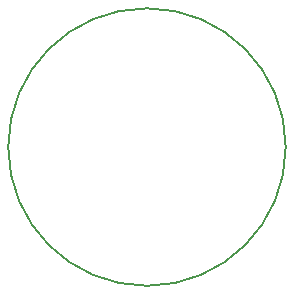
<source format=gbr>
G04 #@! TF.GenerationSoftware,KiCad,Pcbnew,(5.0.0)*
G04 #@! TF.CreationDate,2019-05-30T11:47:06+02:00*
G04 #@! TF.ProjectId,RGBLed_MDversion,5247424C65645F4D4476657273696F6E,rev?*
G04 #@! TF.SameCoordinates,Original*
G04 #@! TF.FileFunction,Profile,NP*
%FSLAX46Y46*%
G04 Gerber Fmt 4.6, Leading zero omitted, Abs format (unit mm)*
G04 Created by KiCad (PCBNEW (5.0.0)) date 05/30/19 11:47:06*
%MOMM*%
%LPD*%
G01*
G04 APERTURE LIST*
%ADD10C,0.200000*%
G04 APERTURE END LIST*
D10*
X161750000Y-95000000D02*
G75*
G03X161750000Y-95000000I-11750000J0D01*
G01*
M02*

</source>
